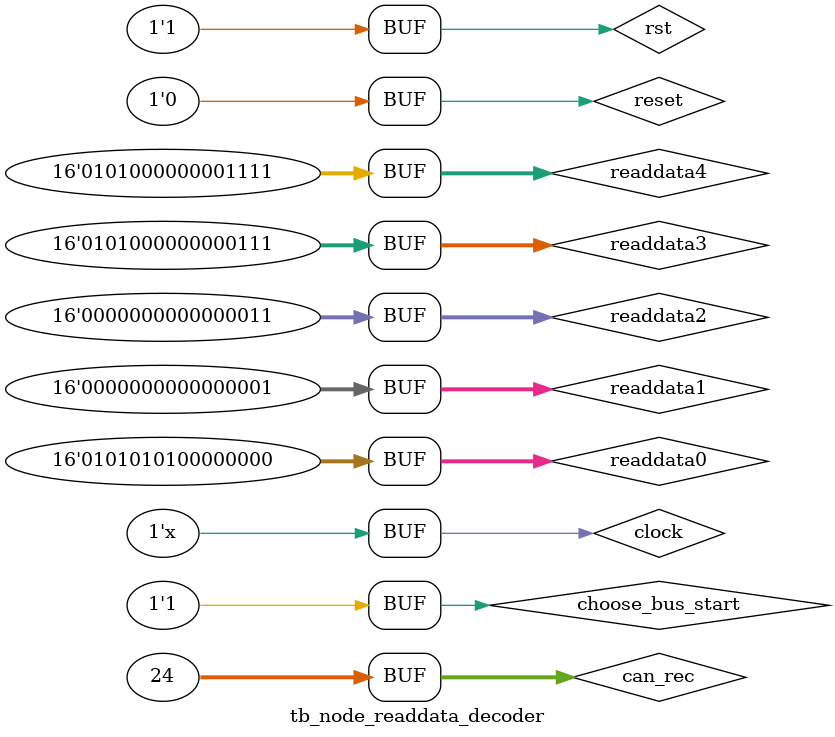
<source format=v>

`resetall
`timescale 1ns/10ps
module tb_node_readdata_decoder ;
	// Inputs
  	reg    clock;
	 reg    reset;
	 reg    rst;
	 reg    [31:0]  can_rec;
   reg    choose_bus_start;
   reg    [15:0]  readdata0; 
   reg    [15:0]  readdata1; 
   reg    [15:0]  readdata2; 
   reg    [15:0]  readdata3; 
   reg    [15:0]  readdata4; 
   reg    [15:0]  readdata5; 
   reg    [15:0]  readdata6; 
   reg    [15:0]  readdata7; 
   reg    [15:0]  readdata8; 
   reg    [15:0]  readdata9; 
   reg    [15:0]  readdata10; 
   reg    [15:0]  readdata11; 
   reg    [15:0]  readdata12; 
   reg    [15:0]  readdata13; 
   reg    [15:0]  readdata14; 
   reg    [15:0]  readdata15; 
   reg    [15:0]  readdata16; 
   reg    [15:0]  readdata17; 
   reg    [15:0]  readdata18; 
   reg    [15:0]  readdata19; 
   reg    [15:0]  readdata20; 
   reg    [15:0]  readdata21; 
   reg    [15:0]  readdata22; 
   reg    [15:0]  readdata23; 
   reg    [15:0]  readdata24; 
   reg    [15:0]  readdata25; 
   reg    [15:0]  readdata26; 
   reg    [15:0]  readdata27; 
   reg    [15:0]  readdata28; 
   reg    [15:0]  readdata29; 
   reg    [15:0]  readdata30; 
   reg    [15:0]  readdata31;
   
	// Outputs
   wire   [4:0]  bus_rec_select;
   wire   [15:0]  readdata;
   wire    choose_bus_end;
   wire    irq_can_rec;

	
	node_readdata_decoder UUT (
	    .clock(clock), 
      .reset(reset),
      .rst(rst),
      .can_rec(can_rec),
      .readdata0(readdata0),
      .readdata1(readdata1),
      .readdata2(readdata2),
      .readdata3(readdata3),
      .readdata4(readdata4),
      .readdata5(readdata5),
      .readdata6(readdata6),
      .readdata7(readdata7),
      .readdata8(readdata8),
      .readdata9(readdata9),
      .readdata10(readdata10),
      .readdata11(readdata11),
      .readdata12(readdata12),
      .readdata13(readdata13),
      .readdata14(readdata14),
      .readdata15(readdata15),
      .readdata16(readdata16),
      .readdata17(readdata17),
      .readdata18(readdata18),
      .readdata19(readdata19),
      .readdata20(readdata20),
      .readdata21(readdata21),
      .readdata22(readdata22),
      .readdata23(readdata23),
      .readdata24(readdata24),
      .readdata25(readdata25),
      .readdata26(readdata26),
      .readdata27(readdata27),
      .readdata28(readdata28),
      .readdata29(readdata29),
      .readdata30(readdata30),
      .readdata31(readdata31),
      .bus_rec_select(bus_rec_select),
      .readdata(readdata),
      .choose_bus_end(choose_bus_end),
      .choose_bus_start(choose_bus_start),
      .irq_can_rec(irq_can_rec)                     
	);
	always #1 clock = ~clock;
  initial begin
    $monitor($time,": choose_bus_start = %b can_rec = %b bus_rec_select = %b  readdata = %b irq_can_rec = %b  choose_bus_end = %b",
                     choose_bus_start, can_rec, bus_rec_select, readdata,irq_can_rec, choose_bus_end);
 	
 	 		
 		// Initialize Inputs
    clock = 0;  
 
  	#1 reset = 1;
  	#1 reset = 0;
   #1 //wait for 1 second
   rst = 1;
   choose_bus_start =1;   //start reading //expected message readdata = readdata1  
   can_rec = 32'b00000000000000000000000000000010;  //enable counter 1
   readdata0= 16'b0101010100000000; //send a random message to readdata0
   readdata1= 16'b0000000000000001; //send a random message to readdata1
   
    
   #5 //wait for 4 seconds
  	#1 reset = 1;
  	#1 reset = 0;
   rst = 1;
   choose_bus_start =1; //start reading //expected message readdata = readdata2 
   can_rec = 32'b00000000000000000000000000000100;
   readdata0= 16'b0101010100000000; //send a random message to readdata0
   readdata2= 16'b0000000000000011;
   

   #5 //wait for 5 seconds
   rst = 1;
 	 #1 reset = 1;
  	#1 reset = 0;
   choose_bus_start =1; 
   readdata3= 16'b0101000000000111; //send a random message to readdata3
   readdata4= 16'b0101000000001111; //send a random message to readdata2
   can_rec = 32'b00000000000000000000000000011000; //enable counter 3,4
       
  end 
    
endmodule

</source>
